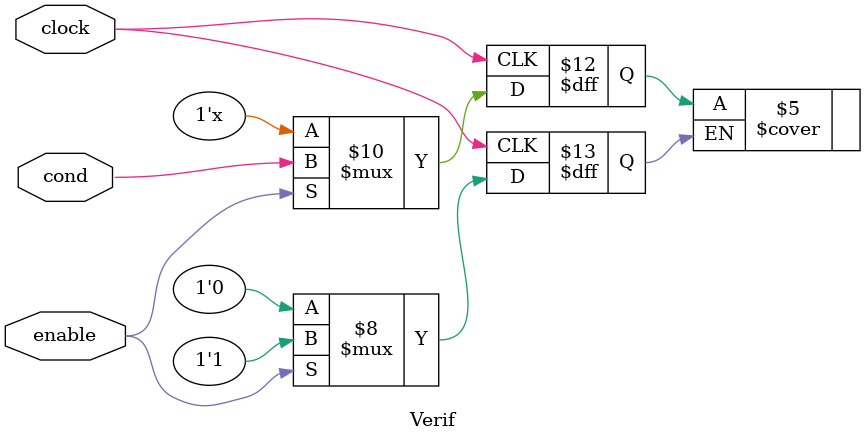
<source format=sv>
module Verif(	// <stdin>:2:3
  input clock,	// <stdin>:2:27
        cond,	// <stdin>:2:53
        enable	// <stdin>:2:80
);

  always @(posedge clock) begin	// <stdin>:3:5
    if (enable)	// <stdin>:3:5
      cover(cond);	// <stdin>:3:5
  end // always @(posedge)
endmodule

</source>
